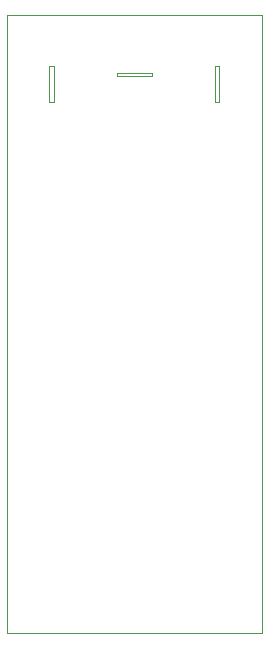
<source format=gbr>
%TF.GenerationSoftware,KiCad,Pcbnew,6.0.11+dfsg-1*%
%TF.CreationDate,2024-09-22T16:02:18-05:00*%
%TF.ProjectId,ps2_pico_hat,7073325f-7069-4636-9f5f-6861742e6b69,rev?*%
%TF.SameCoordinates,Original*%
%TF.FileFunction,Profile,NP*%
%FSLAX46Y46*%
G04 Gerber Fmt 4.6, Leading zero omitted, Abs format (unit mm)*
G04 Created by KiCad (PCBNEW 6.0.11+dfsg-1) date 2024-09-22 16:02:18*
%MOMM*%
%LPD*%
G01*
G04 APERTURE LIST*
%TA.AperFunction,Profile*%
%ADD10C,0.050000*%
%TD*%
%TA.AperFunction,Profile*%
%ADD11C,0.120000*%
%TD*%
G04 APERTURE END LIST*
D10*
X119634000Y-77978000D02*
X98044000Y-77978000D01*
X98044000Y-77978000D02*
X98044000Y-130302000D01*
X98044000Y-130302000D02*
X119634000Y-130302000D01*
X119634000Y-130302000D02*
X119634000Y-77978000D01*
D11*
%TO.C,Mini-DIN-6*%
X116050000Y-82300000D02*
X115650000Y-82300000D01*
X115650000Y-82300000D02*
X115650000Y-85300000D01*
X115650000Y-85300000D02*
X116050000Y-85300000D01*
X116050000Y-85300000D02*
X116050000Y-82300000D01*
X110350000Y-83150000D02*
X107350000Y-83150000D01*
X107350000Y-83150000D02*
X107350000Y-82850000D01*
X107350000Y-82850000D02*
X110350000Y-82850000D01*
X110350000Y-82850000D02*
X110350000Y-83150000D01*
X102050000Y-82300000D02*
X101650000Y-82300000D01*
X101650000Y-82300000D02*
X101650000Y-85300000D01*
X101650000Y-85300000D02*
X102050000Y-85300000D01*
X102050000Y-85300000D02*
X102050000Y-82300000D01*
X116050000Y-83800000D02*
X116050000Y-83800000D01*
X116050000Y-83800000D02*
X116050000Y-83800000D01*
X116050000Y-83800000D02*
X116050000Y-83800000D01*
X116050000Y-83800000D02*
X116050000Y-83800000D01*
%TD*%
M02*

</source>
